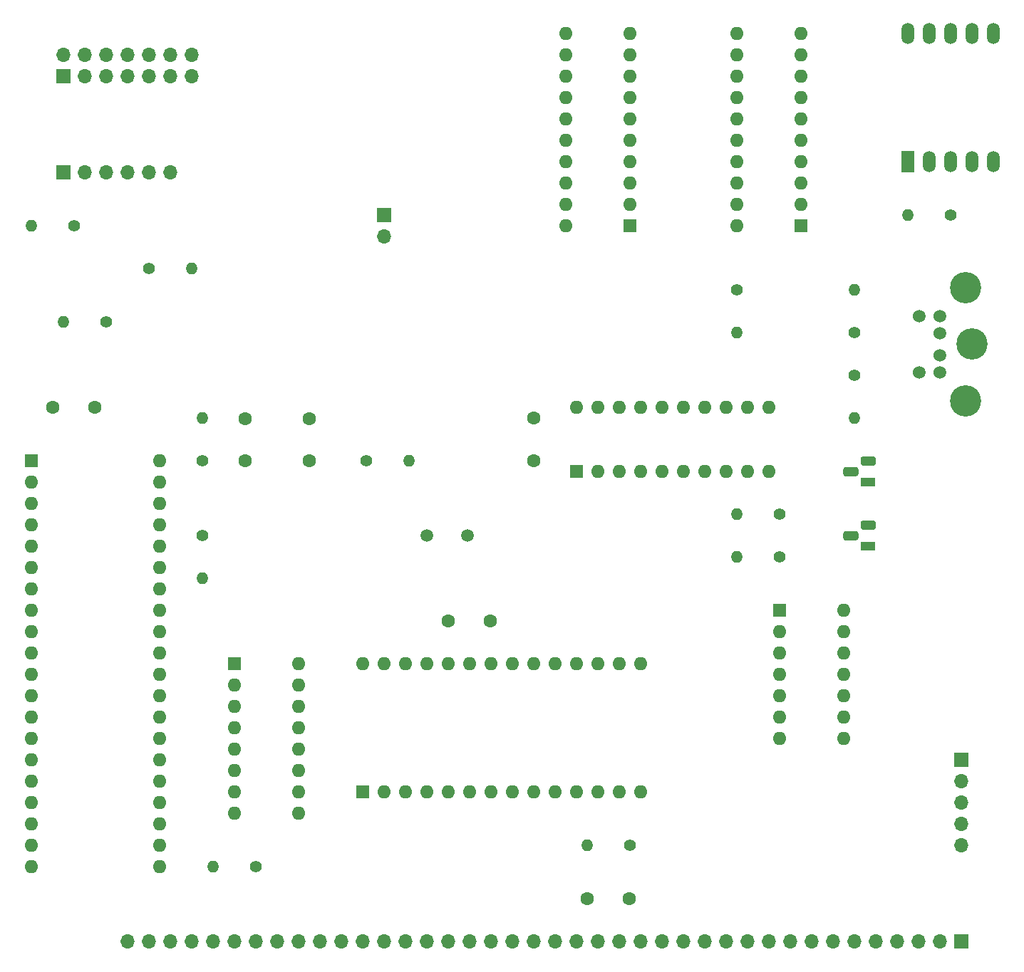
<source format=gbr>
%TF.GenerationSoftware,KiCad,Pcbnew,5.1.9-73d0e3b20d~88~ubuntu20.04.1*%
%TF.CreationDate,2021-02-07T22:21:29+01:00*%
%TF.ProjectId,simple-output,73696d70-6c65-42d6-9f75-747075742e6b,rev?*%
%TF.SameCoordinates,Original*%
%TF.FileFunction,Soldermask,Bot*%
%TF.FilePolarity,Negative*%
%FSLAX46Y46*%
G04 Gerber Fmt 4.6, Leading zero omitted, Abs format (unit mm)*
G04 Created by KiCad (PCBNEW 5.1.9-73d0e3b20d~88~ubuntu20.04.1) date 2021-02-07 22:21:29*
%MOMM*%
%LPD*%
G01*
G04 APERTURE LIST*
%ADD10O,1.700000X1.700000*%
%ADD11R,1.700000X1.700000*%
%ADD12O,1.400000X1.400000*%
%ADD13C,1.400000*%
%ADD14R,1.600000X1.600000*%
%ADD15O,1.600000X1.600000*%
%ADD16C,1.500000*%
%ADD17C,3.721100*%
%ADD18C,1.521460*%
%ADD19R,1.800000X1.100000*%
%ADD20C,1.600000*%
%ADD21O,1.524000X2.524000*%
%ADD22R,1.524000X2.524000*%
G04 APERTURE END LIST*
D10*
%TO.C,J5*%
X162560000Y-181610000D03*
X162560000Y-179070000D03*
X162560000Y-176530000D03*
X162560000Y-173990000D03*
D11*
X162560000Y-171450000D03*
%TD*%
D12*
%TO.C,R14*%
X135890000Y-147320000D03*
D13*
X140970000Y-147320000D03*
%TD*%
D12*
%TO.C,R13*%
X135890000Y-142240000D03*
D13*
X140970000Y-142240000D03*
%TD*%
D14*
%TO.C,IC1*%
X52070000Y-135890000D03*
D15*
X67310000Y-184150000D03*
X52070000Y-138430000D03*
X67310000Y-181610000D03*
X52070000Y-140970000D03*
X67310000Y-179070000D03*
X52070000Y-143510000D03*
X67310000Y-176530000D03*
X52070000Y-146050000D03*
X67310000Y-173990000D03*
X52070000Y-148590000D03*
X67310000Y-171450000D03*
X52070000Y-151130000D03*
X67310000Y-168910000D03*
X52070000Y-153670000D03*
X67310000Y-166370000D03*
X52070000Y-156210000D03*
X67310000Y-163830000D03*
X52070000Y-158750000D03*
X67310000Y-161290000D03*
X52070000Y-161290000D03*
X67310000Y-158750000D03*
X52070000Y-163830000D03*
X67310000Y-156210000D03*
X52070000Y-166370000D03*
X67310000Y-153670000D03*
X52070000Y-168910000D03*
X67310000Y-151130000D03*
X52070000Y-171450000D03*
X67310000Y-148590000D03*
X52070000Y-173990000D03*
X67310000Y-146050000D03*
X52070000Y-176530000D03*
X67310000Y-143510000D03*
X52070000Y-179070000D03*
X67310000Y-140970000D03*
X52070000Y-181610000D03*
X67310000Y-138430000D03*
X52070000Y-184150000D03*
X67310000Y-135890000D03*
%TD*%
D16*
%TO.C,Y1*%
X103940000Y-144780000D03*
X99060000Y-144780000D03*
%TD*%
D17*
%TO.C,J4*%
X163060380Y-115239800D03*
X163870640Y-121998740D03*
X163060380Y-128757680D03*
D18*
X157568900Y-125349000D03*
X157568900Y-118648480D03*
X160060640Y-125349000D03*
X160060640Y-118648480D03*
X160060640Y-120698260D03*
X160060640Y-123299220D03*
%TD*%
D19*
%TO.C,Q2*%
X151530000Y-146050000D03*
G36*
G01*
X152155000Y-144060000D02*
X150905000Y-144060000D01*
G75*
G02*
X150630000Y-143785000I0J275000D01*
G01*
X150630000Y-143235000D01*
G75*
G02*
X150905000Y-142960000I275000J0D01*
G01*
X152155000Y-142960000D01*
G75*
G02*
X152430000Y-143235000I0J-275000D01*
G01*
X152430000Y-143785000D01*
G75*
G02*
X152155000Y-144060000I-275000J0D01*
G01*
G37*
G36*
G01*
X150085000Y-145330000D02*
X148835000Y-145330000D01*
G75*
G02*
X148560000Y-145055000I0J275000D01*
G01*
X148560000Y-144505000D01*
G75*
G02*
X148835000Y-144230000I275000J0D01*
G01*
X150085000Y-144230000D01*
G75*
G02*
X150360000Y-144505000I0J-275000D01*
G01*
X150360000Y-145055000D01*
G75*
G02*
X150085000Y-145330000I-275000J0D01*
G01*
G37*
%TD*%
%TO.C,Q1*%
X151530000Y-138430000D03*
G36*
G01*
X152155000Y-136440000D02*
X150905000Y-136440000D01*
G75*
G02*
X150630000Y-136165000I0J275000D01*
G01*
X150630000Y-135615000D01*
G75*
G02*
X150905000Y-135340000I275000J0D01*
G01*
X152155000Y-135340000D01*
G75*
G02*
X152430000Y-135615000I0J-275000D01*
G01*
X152430000Y-136165000D01*
G75*
G02*
X152155000Y-136440000I-275000J0D01*
G01*
G37*
G36*
G01*
X150085000Y-137710000D02*
X148835000Y-137710000D01*
G75*
G02*
X148560000Y-137435000I0J275000D01*
G01*
X148560000Y-136885000D01*
G75*
G02*
X148835000Y-136610000I275000J0D01*
G01*
X150085000Y-136610000D01*
G75*
G02*
X150360000Y-136885000I0J-275000D01*
G01*
X150360000Y-137435000D01*
G75*
G02*
X150085000Y-137710000I-275000J0D01*
G01*
G37*
%TD*%
D12*
%TO.C,R12*%
X149860000Y-130810000D03*
D13*
X149860000Y-125730000D03*
%TD*%
D12*
%TO.C,R11*%
X149860000Y-115570000D03*
D13*
X149860000Y-120650000D03*
%TD*%
D12*
%TO.C,R7*%
X72390000Y-149860000D03*
D13*
X72390000Y-144780000D03*
%TD*%
D20*
%TO.C,C5*%
X59610000Y-129540000D03*
X54610000Y-129540000D03*
%TD*%
%TO.C,C4*%
X111760000Y-135810000D03*
X111760000Y-130810000D03*
%TD*%
%TO.C,C1*%
X106600000Y-154940000D03*
X101600000Y-154940000D03*
%TD*%
D15*
%TO.C,U8*%
X116840000Y-129540000D03*
X139700000Y-137160000D03*
X119380000Y-129540000D03*
X137160000Y-137160000D03*
X121920000Y-129540000D03*
X134620000Y-137160000D03*
X124460000Y-129540000D03*
X132080000Y-137160000D03*
X127000000Y-129540000D03*
X129540000Y-137160000D03*
X129540000Y-129540000D03*
X127000000Y-137160000D03*
X132080000Y-129540000D03*
X124460000Y-137160000D03*
X134620000Y-129540000D03*
X121920000Y-137160000D03*
X137160000Y-129540000D03*
X119380000Y-137160000D03*
X139700000Y-129540000D03*
D14*
X116840000Y-137160000D03*
%TD*%
D11*
%TO.C,J1*%
X162560000Y-193040000D03*
D10*
X160020000Y-193040000D03*
X157480000Y-193040000D03*
X154940000Y-193040000D03*
X152400000Y-193040000D03*
X149860000Y-193040000D03*
X147320000Y-193040000D03*
X144780000Y-193040000D03*
X142240000Y-193040000D03*
X139700000Y-193040000D03*
X137160000Y-193040000D03*
X134620000Y-193040000D03*
X132080000Y-193040000D03*
X129540000Y-193040000D03*
X127000000Y-193040000D03*
X124460000Y-193040000D03*
X121920000Y-193040000D03*
X119380000Y-193040000D03*
X116840000Y-193040000D03*
X114300000Y-193040000D03*
X111760000Y-193040000D03*
X109220000Y-193040000D03*
X106680000Y-193040000D03*
X104140000Y-193040000D03*
X101600000Y-193040000D03*
X99060000Y-193040000D03*
X96520000Y-193040000D03*
X93980000Y-193040000D03*
X91440000Y-193040000D03*
X88900000Y-193040000D03*
X86360000Y-193040000D03*
X83820000Y-193040000D03*
X81280000Y-193040000D03*
X78740000Y-193040000D03*
X76200000Y-193040000D03*
X73660000Y-193040000D03*
X71120000Y-193040000D03*
X68580000Y-193040000D03*
X66040000Y-193040000D03*
X63500000Y-193040000D03*
%TD*%
D12*
%TO.C,R5*%
X73660000Y-184150000D03*
D13*
X78740000Y-184150000D03*
%TD*%
D12*
%TO.C,R10*%
X118110000Y-181610000D03*
D13*
X123190000Y-181610000D03*
%TD*%
D12*
%TO.C,R2*%
X156210000Y-106680000D03*
D13*
X161290000Y-106680000D03*
%TD*%
D14*
%TO.C,IC2*%
X91440000Y-175260000D03*
D15*
X124460000Y-160020000D03*
X93980000Y-175260000D03*
X121920000Y-160020000D03*
X96520000Y-175260000D03*
X119380000Y-160020000D03*
X99060000Y-175260000D03*
X116840000Y-160020000D03*
X101600000Y-175260000D03*
X114300000Y-160020000D03*
X104140000Y-175260000D03*
X111760000Y-160020000D03*
X106680000Y-175260000D03*
X109220000Y-160020000D03*
X109220000Y-175260000D03*
X106680000Y-160020000D03*
X111760000Y-175260000D03*
X104140000Y-160020000D03*
X114300000Y-175260000D03*
X101600000Y-160020000D03*
X116840000Y-175260000D03*
X99060000Y-160020000D03*
X119380000Y-175260000D03*
X96520000Y-160020000D03*
X121920000Y-175260000D03*
X93980000Y-160020000D03*
X124460000Y-175260000D03*
X91440000Y-160020000D03*
%TD*%
D10*
%TO.C,J1_5VtoSerial1*%
X93980000Y-109220000D03*
D11*
X93980000Y-106680000D03*
%TD*%
%TO.C,J3*%
X55880000Y-101600000D03*
D10*
X58420000Y-101600000D03*
X60960000Y-101600000D03*
X63500000Y-101600000D03*
X66040000Y-101600000D03*
X68580000Y-101600000D03*
%TD*%
D11*
%TO.C,J2*%
X55880000Y-90170000D03*
D10*
X55880000Y-87630000D03*
X58420000Y-90170000D03*
X58420000Y-87630000D03*
X60960000Y-90170000D03*
X60960000Y-87630000D03*
X63500000Y-90170000D03*
X63500000Y-87630000D03*
X66040000Y-90170000D03*
X66040000Y-87630000D03*
X68580000Y-90170000D03*
X68580000Y-87630000D03*
X71120000Y-90170000D03*
X71120000Y-87630000D03*
%TD*%
D14*
%TO.C,U1*%
X140970000Y-153670000D03*
D15*
X148590000Y-168910000D03*
X140970000Y-156210000D03*
X148590000Y-166370000D03*
X140970000Y-158750000D03*
X148590000Y-163830000D03*
X140970000Y-161290000D03*
X148590000Y-161290000D03*
X140970000Y-163830000D03*
X148590000Y-158750000D03*
X140970000Y-166370000D03*
X148590000Y-156210000D03*
X140970000Y-168910000D03*
X148590000Y-153670000D03*
%TD*%
D21*
%TO.C,U5*%
X156210000Y-85090000D03*
X158750000Y-85090000D03*
X161290000Y-85090000D03*
X163830000Y-85090000D03*
X166370000Y-85090000D03*
X166370000Y-100330000D03*
X163830000Y-100330000D03*
X161290000Y-100330000D03*
X158750000Y-100330000D03*
D22*
X156210000Y-100330000D03*
%TD*%
D15*
%TO.C,U4*%
X115570000Y-107950000D03*
X123190000Y-85090000D03*
X115570000Y-105410000D03*
X123190000Y-87630000D03*
X115570000Y-102870000D03*
X123190000Y-90170000D03*
X115570000Y-100330000D03*
X123190000Y-92710000D03*
X115570000Y-97790000D03*
X123190000Y-95250000D03*
X115570000Y-95250000D03*
X123190000Y-97790000D03*
X115570000Y-92710000D03*
X123190000Y-100330000D03*
X115570000Y-90170000D03*
X123190000Y-102870000D03*
X115570000Y-87630000D03*
X123190000Y-105410000D03*
X115570000Y-85090000D03*
D14*
X123190000Y-107950000D03*
%TD*%
D15*
%TO.C,U3*%
X135890000Y-107950000D03*
X143510000Y-85090000D03*
X135890000Y-105410000D03*
X143510000Y-87630000D03*
X135890000Y-102870000D03*
X143510000Y-90170000D03*
X135890000Y-100330000D03*
X143510000Y-92710000D03*
X135890000Y-97790000D03*
X143510000Y-95250000D03*
X135890000Y-95250000D03*
X143510000Y-97790000D03*
X135890000Y-92710000D03*
X143510000Y-100330000D03*
X135890000Y-90170000D03*
X143510000Y-102870000D03*
X135890000Y-87630000D03*
X143510000Y-105410000D03*
X135890000Y-85090000D03*
D14*
X143510000Y-107950000D03*
%TD*%
%TO.C,U2*%
X76200000Y-160020000D03*
D15*
X83820000Y-177800000D03*
X76200000Y-162560000D03*
X83820000Y-175260000D03*
X76200000Y-165100000D03*
X83820000Y-172720000D03*
X76200000Y-167640000D03*
X83820000Y-170180000D03*
X76200000Y-170180000D03*
X83820000Y-167640000D03*
X76200000Y-172720000D03*
X83820000Y-165100000D03*
X76200000Y-175260000D03*
X83820000Y-162560000D03*
X76200000Y-177800000D03*
X83820000Y-160020000D03*
%TD*%
D12*
%TO.C,R9*%
X52070000Y-107950000D03*
D13*
X57150000Y-107950000D03*
%TD*%
D12*
%TO.C,R6*%
X71120000Y-113030000D03*
D13*
X66040000Y-113030000D03*
%TD*%
D12*
%TO.C,R4*%
X96950000Y-135890000D03*
D13*
X91870000Y-135890000D03*
%TD*%
D12*
%TO.C,R8*%
X55880000Y-119380000D03*
D13*
X60960000Y-119380000D03*
%TD*%
D12*
%TO.C,R3*%
X72390000Y-130810000D03*
D13*
X72390000Y-135890000D03*
%TD*%
D12*
%TO.C,R1*%
X135890000Y-120650000D03*
D13*
X135890000Y-115570000D03*
%TD*%
D20*
%TO.C,C6*%
X85090000Y-130890000D03*
X85090000Y-135890000D03*
%TD*%
%TO.C,C3*%
X77470000Y-130890000D03*
X77470000Y-135890000D03*
%TD*%
%TO.C,C2*%
X123110000Y-187960000D03*
X118110000Y-187960000D03*
%TD*%
M02*

</source>
